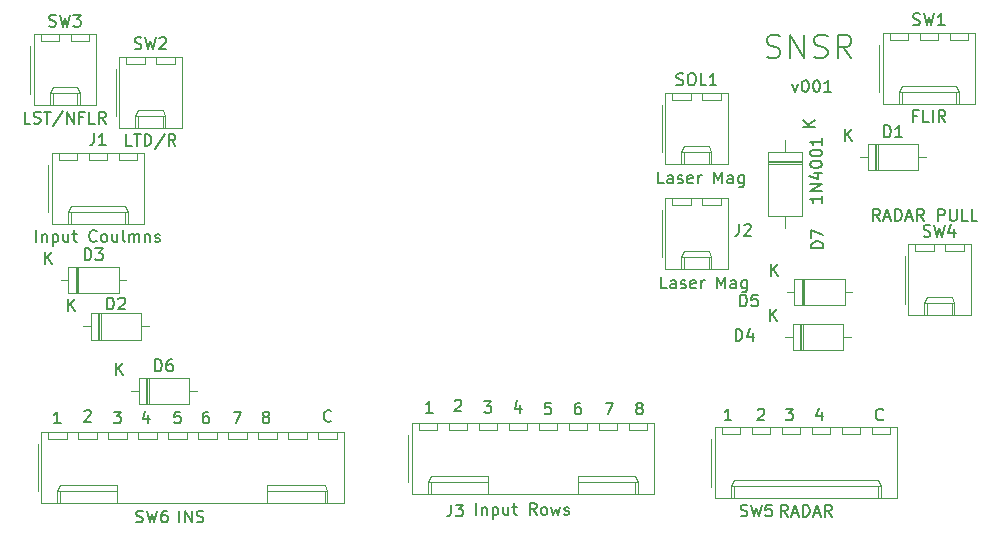
<source format=gbr>
G04 #@! TF.GenerationSoftware,KiCad,Pcbnew,(5.1.5-0-10_14)*
G04 #@! TF.CreationDate,2021-04-18T14:44:46+10:00*
G04 #@! TF.ProjectId,OH - Right Console - 5 - Sensor Panel,4f48202d-2052-4696-9768-7420436f6e73,rev?*
G04 #@! TF.SameCoordinates,Original*
G04 #@! TF.FileFunction,Legend,Top*
G04 #@! TF.FilePolarity,Positive*
%FSLAX46Y46*%
G04 Gerber Fmt 4.6, Leading zero omitted, Abs format (unit mm)*
G04 Created by KiCad (PCBNEW (5.1.5-0-10_14)) date 2021-04-18 14:44:46*
%MOMM*%
%LPD*%
G04 APERTURE LIST*
%ADD10C,0.150000*%
%ADD11C,0.120000*%
G04 APERTURE END LIST*
D10*
X142930523Y-96623142D02*
X142882904Y-96670761D01*
X142740047Y-96718380D01*
X142644809Y-96718380D01*
X142501952Y-96670761D01*
X142406714Y-96575523D01*
X142359095Y-96480285D01*
X142311476Y-96289809D01*
X142311476Y-96146952D01*
X142359095Y-95956476D01*
X142406714Y-95861238D01*
X142501952Y-95766000D01*
X142644809Y-95718380D01*
X142740047Y-95718380D01*
X142882904Y-95766000D01*
X142930523Y-95813619D01*
X137731476Y-96051714D02*
X137731476Y-96718380D01*
X137493380Y-95670761D02*
X137255285Y-96385047D01*
X137874333Y-96385047D01*
X134667666Y-95718380D02*
X135286714Y-95718380D01*
X134953380Y-96099333D01*
X135096238Y-96099333D01*
X135191476Y-96146952D01*
X135239095Y-96194571D01*
X135286714Y-96289809D01*
X135286714Y-96527904D01*
X135239095Y-96623142D01*
X135191476Y-96670761D01*
X135096238Y-96718380D01*
X134810523Y-96718380D01*
X134715285Y-96670761D01*
X134667666Y-96623142D01*
X132302285Y-95813619D02*
X132349904Y-95766000D01*
X132445142Y-95718380D01*
X132683238Y-95718380D01*
X132778476Y-95766000D01*
X132826095Y-95813619D01*
X132873714Y-95908857D01*
X132873714Y-96004095D01*
X132826095Y-96146952D01*
X132254666Y-96718380D01*
X132873714Y-96718380D01*
X130079714Y-96718380D02*
X129508285Y-96718380D01*
X129794000Y-96718380D02*
X129794000Y-95718380D01*
X129698761Y-95861238D01*
X129603523Y-95956476D01*
X129508285Y-96004095D01*
X122205761Y-95638952D02*
X122110523Y-95591333D01*
X122062904Y-95543714D01*
X122015285Y-95448476D01*
X122015285Y-95400857D01*
X122062904Y-95305619D01*
X122110523Y-95258000D01*
X122205761Y-95210380D01*
X122396238Y-95210380D01*
X122491476Y-95258000D01*
X122539095Y-95305619D01*
X122586714Y-95400857D01*
X122586714Y-95448476D01*
X122539095Y-95543714D01*
X122491476Y-95591333D01*
X122396238Y-95638952D01*
X122205761Y-95638952D01*
X122110523Y-95686571D01*
X122062904Y-95734190D01*
X122015285Y-95829428D01*
X122015285Y-96019904D01*
X122062904Y-96115142D01*
X122110523Y-96162761D01*
X122205761Y-96210380D01*
X122396238Y-96210380D01*
X122491476Y-96162761D01*
X122539095Y-96115142D01*
X122586714Y-96019904D01*
X122586714Y-95829428D01*
X122539095Y-95734190D01*
X122491476Y-95686571D01*
X122396238Y-95638952D01*
X119427666Y-95210380D02*
X120094333Y-95210380D01*
X119665761Y-96210380D01*
X117284476Y-95210380D02*
X117094000Y-95210380D01*
X116998761Y-95258000D01*
X116951142Y-95305619D01*
X116855904Y-95448476D01*
X116808285Y-95638952D01*
X116808285Y-96019904D01*
X116855904Y-96115142D01*
X116903523Y-96162761D01*
X116998761Y-96210380D01*
X117189238Y-96210380D01*
X117284476Y-96162761D01*
X117332095Y-96115142D01*
X117379714Y-96019904D01*
X117379714Y-95781809D01*
X117332095Y-95686571D01*
X117284476Y-95638952D01*
X117189238Y-95591333D01*
X116998761Y-95591333D01*
X116903523Y-95638952D01*
X116855904Y-95686571D01*
X116808285Y-95781809D01*
X114792095Y-95210380D02*
X114315904Y-95210380D01*
X114268285Y-95686571D01*
X114315904Y-95638952D01*
X114411142Y-95591333D01*
X114649238Y-95591333D01*
X114744476Y-95638952D01*
X114792095Y-95686571D01*
X114839714Y-95781809D01*
X114839714Y-96019904D01*
X114792095Y-96115142D01*
X114744476Y-96162761D01*
X114649238Y-96210380D01*
X114411142Y-96210380D01*
X114315904Y-96162761D01*
X114268285Y-96115142D01*
X112204476Y-95416714D02*
X112204476Y-96083380D01*
X111966380Y-95035761D02*
X111728285Y-95750047D01*
X112347333Y-95750047D01*
X109140666Y-95083380D02*
X109759714Y-95083380D01*
X109426380Y-95464333D01*
X109569238Y-95464333D01*
X109664476Y-95511952D01*
X109712095Y-95559571D01*
X109759714Y-95654809D01*
X109759714Y-95892904D01*
X109712095Y-95988142D01*
X109664476Y-96035761D01*
X109569238Y-96083380D01*
X109283523Y-96083380D01*
X109188285Y-96035761D01*
X109140666Y-95988142D01*
X106648285Y-95051619D02*
X106695904Y-95004000D01*
X106791142Y-94956380D01*
X107029238Y-94956380D01*
X107124476Y-95004000D01*
X107172095Y-95051619D01*
X107219714Y-95146857D01*
X107219714Y-95242095D01*
X107172095Y-95384952D01*
X106600666Y-95956380D01*
X107219714Y-95956380D01*
X104806714Y-96083380D02*
X104235285Y-96083380D01*
X104521000Y-96083380D02*
X104521000Y-95083380D01*
X104425761Y-95226238D01*
X104330523Y-95321476D01*
X104235285Y-95369095D01*
X96194523Y-96750142D02*
X96146904Y-96797761D01*
X96004047Y-96845380D01*
X95908809Y-96845380D01*
X95765952Y-96797761D01*
X95670714Y-96702523D01*
X95623095Y-96607285D01*
X95575476Y-96416809D01*
X95575476Y-96273952D01*
X95623095Y-96083476D01*
X95670714Y-95988238D01*
X95765952Y-95893000D01*
X95908809Y-95845380D01*
X96004047Y-95845380D01*
X96146904Y-95893000D01*
X96194523Y-95940619D01*
X90582761Y-96400952D02*
X90487523Y-96353333D01*
X90439904Y-96305714D01*
X90392285Y-96210476D01*
X90392285Y-96162857D01*
X90439904Y-96067619D01*
X90487523Y-96020000D01*
X90582761Y-95972380D01*
X90773238Y-95972380D01*
X90868476Y-96020000D01*
X90916095Y-96067619D01*
X90963714Y-96162857D01*
X90963714Y-96210476D01*
X90916095Y-96305714D01*
X90868476Y-96353333D01*
X90773238Y-96400952D01*
X90582761Y-96400952D01*
X90487523Y-96448571D01*
X90439904Y-96496190D01*
X90392285Y-96591428D01*
X90392285Y-96781904D01*
X90439904Y-96877142D01*
X90487523Y-96924761D01*
X90582761Y-96972380D01*
X90773238Y-96972380D01*
X90868476Y-96924761D01*
X90916095Y-96877142D01*
X90963714Y-96781904D01*
X90963714Y-96591428D01*
X90916095Y-96496190D01*
X90868476Y-96448571D01*
X90773238Y-96400952D01*
X87931666Y-95972380D02*
X88598333Y-95972380D01*
X88169761Y-96972380D01*
X85788476Y-95972380D02*
X85598000Y-95972380D01*
X85502761Y-96020000D01*
X85455142Y-96067619D01*
X85359904Y-96210476D01*
X85312285Y-96400952D01*
X85312285Y-96781904D01*
X85359904Y-96877142D01*
X85407523Y-96924761D01*
X85502761Y-96972380D01*
X85693238Y-96972380D01*
X85788476Y-96924761D01*
X85836095Y-96877142D01*
X85883714Y-96781904D01*
X85883714Y-96543809D01*
X85836095Y-96448571D01*
X85788476Y-96400952D01*
X85693238Y-96353333D01*
X85502761Y-96353333D01*
X85407523Y-96400952D01*
X85359904Y-96448571D01*
X85312285Y-96543809D01*
X83423095Y-95972380D02*
X82946904Y-95972380D01*
X82899285Y-96448571D01*
X82946904Y-96400952D01*
X83042142Y-96353333D01*
X83280238Y-96353333D01*
X83375476Y-96400952D01*
X83423095Y-96448571D01*
X83470714Y-96543809D01*
X83470714Y-96781904D01*
X83423095Y-96877142D01*
X83375476Y-96924761D01*
X83280238Y-96972380D01*
X83042142Y-96972380D01*
X82946904Y-96924761D01*
X82899285Y-96877142D01*
X80708476Y-96305714D02*
X80708476Y-96972380D01*
X80470380Y-95924761D02*
X80232285Y-96639047D01*
X80851333Y-96639047D01*
X77771666Y-95972380D02*
X78390714Y-95972380D01*
X78057380Y-96353333D01*
X78200238Y-96353333D01*
X78295476Y-96400952D01*
X78343095Y-96448571D01*
X78390714Y-96543809D01*
X78390714Y-96781904D01*
X78343095Y-96877142D01*
X78295476Y-96924761D01*
X78200238Y-96972380D01*
X77914523Y-96972380D01*
X77819285Y-96924761D01*
X77771666Y-96877142D01*
X75279285Y-95940619D02*
X75326904Y-95893000D01*
X75422142Y-95845380D01*
X75660238Y-95845380D01*
X75755476Y-95893000D01*
X75803095Y-95940619D01*
X75850714Y-96035857D01*
X75850714Y-96131095D01*
X75803095Y-96273952D01*
X75231666Y-96845380D01*
X75850714Y-96845380D01*
X73310714Y-96972380D02*
X72739285Y-96972380D01*
X73025000Y-96972380D02*
X73025000Y-95972380D01*
X72929761Y-96115238D01*
X72834523Y-96210476D01*
X72739285Y-96258095D01*
X135239333Y-68238714D02*
X135477428Y-68905380D01*
X135715523Y-68238714D01*
X136286952Y-67905380D02*
X136382190Y-67905380D01*
X136477428Y-67953000D01*
X136525047Y-68000619D01*
X136572666Y-68095857D01*
X136620285Y-68286333D01*
X136620285Y-68524428D01*
X136572666Y-68714904D01*
X136525047Y-68810142D01*
X136477428Y-68857761D01*
X136382190Y-68905380D01*
X136286952Y-68905380D01*
X136191714Y-68857761D01*
X136144095Y-68810142D01*
X136096476Y-68714904D01*
X136048857Y-68524428D01*
X136048857Y-68286333D01*
X136096476Y-68095857D01*
X136144095Y-68000619D01*
X136191714Y-67953000D01*
X136286952Y-67905380D01*
X137239333Y-67905380D02*
X137334571Y-67905380D01*
X137429809Y-67953000D01*
X137477428Y-68000619D01*
X137525047Y-68095857D01*
X137572666Y-68286333D01*
X137572666Y-68524428D01*
X137525047Y-68714904D01*
X137477428Y-68810142D01*
X137429809Y-68857761D01*
X137334571Y-68905380D01*
X137239333Y-68905380D01*
X137144095Y-68857761D01*
X137096476Y-68810142D01*
X137048857Y-68714904D01*
X137001238Y-68524428D01*
X137001238Y-68286333D01*
X137048857Y-68095857D01*
X137096476Y-68000619D01*
X137144095Y-67953000D01*
X137239333Y-67905380D01*
X138525047Y-68905380D02*
X137953619Y-68905380D01*
X138239333Y-68905380D02*
X138239333Y-67905380D01*
X138144095Y-68048238D01*
X138048857Y-68143476D01*
X137953619Y-68191095D01*
X133080571Y-65960523D02*
X133366285Y-66055761D01*
X133842476Y-66055761D01*
X134032952Y-65960523D01*
X134128190Y-65865285D01*
X134223428Y-65674809D01*
X134223428Y-65484333D01*
X134128190Y-65293857D01*
X134032952Y-65198619D01*
X133842476Y-65103380D01*
X133461523Y-65008142D01*
X133271047Y-64912904D01*
X133175809Y-64817666D01*
X133080571Y-64627190D01*
X133080571Y-64436714D01*
X133175809Y-64246238D01*
X133271047Y-64151000D01*
X133461523Y-64055761D01*
X133937714Y-64055761D01*
X134223428Y-64151000D01*
X135080571Y-66055761D02*
X135080571Y-64055761D01*
X136223428Y-66055761D01*
X136223428Y-64055761D01*
X137080571Y-65960523D02*
X137366285Y-66055761D01*
X137842476Y-66055761D01*
X138032952Y-65960523D01*
X138128190Y-65865285D01*
X138223428Y-65674809D01*
X138223428Y-65484333D01*
X138128190Y-65293857D01*
X138032952Y-65198619D01*
X137842476Y-65103380D01*
X137461523Y-65008142D01*
X137271047Y-64912904D01*
X137175809Y-64817666D01*
X137080571Y-64627190D01*
X137080571Y-64436714D01*
X137175809Y-64246238D01*
X137271047Y-64151000D01*
X137461523Y-64055761D01*
X137937714Y-64055761D01*
X138223428Y-64151000D01*
X140223428Y-66055761D02*
X139556761Y-65103380D01*
X139080571Y-66055761D02*
X139080571Y-64055761D01*
X139842476Y-64055761D01*
X140032952Y-64151000D01*
X140128190Y-64246238D01*
X140223428Y-64436714D01*
X140223428Y-64722428D01*
X140128190Y-64912904D01*
X140032952Y-65008142D01*
X139842476Y-65103380D01*
X139080571Y-65103380D01*
D11*
X129197000Y-69579000D02*
X129197000Y-68979000D01*
X127597000Y-69579000D02*
X129197000Y-69579000D01*
X127597000Y-68979000D02*
X127597000Y-69579000D01*
X126657000Y-69579000D02*
X126657000Y-68979000D01*
X125057000Y-69579000D02*
X126657000Y-69579000D01*
X125057000Y-68979000D02*
X125057000Y-69579000D01*
X128147000Y-74999000D02*
X128147000Y-73999000D01*
X126107000Y-74999000D02*
X126107000Y-73999000D01*
X128147000Y-73469000D02*
X128397000Y-73999000D01*
X126107000Y-73469000D02*
X128147000Y-73469000D01*
X125857000Y-73999000D02*
X126107000Y-73469000D01*
X128397000Y-73999000D02*
X128397000Y-74999000D01*
X125857000Y-73999000D02*
X128397000Y-73999000D01*
X125857000Y-74999000D02*
X125857000Y-73999000D01*
X124187000Y-70009000D02*
X124187000Y-74009000D01*
X129777000Y-68979000D02*
X124477000Y-68979000D01*
X129777000Y-74999000D02*
X129777000Y-68979000D01*
X124477000Y-74999000D02*
X129777000Y-74999000D01*
X124477000Y-68979000D02*
X124477000Y-74999000D01*
X129197000Y-78469000D02*
X129197000Y-77869000D01*
X127597000Y-78469000D02*
X129197000Y-78469000D01*
X127597000Y-77869000D02*
X127597000Y-78469000D01*
X126657000Y-78469000D02*
X126657000Y-77869000D01*
X125057000Y-78469000D02*
X126657000Y-78469000D01*
X125057000Y-77869000D02*
X125057000Y-78469000D01*
X128147000Y-83889000D02*
X128147000Y-82889000D01*
X126107000Y-83889000D02*
X126107000Y-82889000D01*
X128147000Y-82359000D02*
X128397000Y-82889000D01*
X126107000Y-82359000D02*
X128147000Y-82359000D01*
X125857000Y-82889000D02*
X126107000Y-82359000D01*
X128397000Y-82889000D02*
X128397000Y-83889000D01*
X125857000Y-82889000D02*
X128397000Y-82889000D01*
X125857000Y-83889000D02*
X125857000Y-82889000D01*
X124187000Y-78899000D02*
X124187000Y-82899000D01*
X129777000Y-77869000D02*
X124477000Y-77869000D01*
X129777000Y-83889000D02*
X129777000Y-77869000D01*
X124477000Y-83889000D02*
X129777000Y-83889000D01*
X124477000Y-77869000D02*
X124477000Y-83889000D01*
X136090000Y-74768000D02*
X133150000Y-74768000D01*
X136090000Y-75008000D02*
X133150000Y-75008000D01*
X136090000Y-74888000D02*
X133150000Y-74888000D01*
X134620000Y-80448000D02*
X134620000Y-79428000D01*
X134620000Y-72968000D02*
X134620000Y-73988000D01*
X136090000Y-79428000D02*
X136090000Y-73988000D01*
X133150000Y-79428000D02*
X136090000Y-79428000D01*
X133150000Y-73988000D02*
X133150000Y-79428000D01*
X136090000Y-73988000D02*
X133150000Y-73988000D01*
X143548000Y-97900000D02*
X143548000Y-97300000D01*
X141948000Y-97900000D02*
X143548000Y-97900000D01*
X141948000Y-97300000D02*
X141948000Y-97900000D01*
X141008000Y-97900000D02*
X141008000Y-97300000D01*
X139408000Y-97900000D02*
X141008000Y-97900000D01*
X139408000Y-97300000D02*
X139408000Y-97900000D01*
X138468000Y-97900000D02*
X138468000Y-97300000D01*
X136868000Y-97900000D02*
X138468000Y-97900000D01*
X136868000Y-97300000D02*
X136868000Y-97900000D01*
X135928000Y-97900000D02*
X135928000Y-97300000D01*
X134328000Y-97900000D02*
X135928000Y-97900000D01*
X134328000Y-97300000D02*
X134328000Y-97900000D01*
X133388000Y-97900000D02*
X133388000Y-97300000D01*
X131788000Y-97900000D02*
X133388000Y-97900000D01*
X131788000Y-97300000D02*
X131788000Y-97900000D01*
X130848000Y-97900000D02*
X130848000Y-97300000D01*
X129248000Y-97900000D02*
X130848000Y-97900000D01*
X129248000Y-97300000D02*
X129248000Y-97900000D01*
X142498000Y-103320000D02*
X142498000Y-102320000D01*
X130298000Y-103320000D02*
X130298000Y-102320000D01*
X142498000Y-101790000D02*
X142748000Y-102320000D01*
X130298000Y-101790000D02*
X142498000Y-101790000D01*
X130048000Y-102320000D02*
X130298000Y-101790000D01*
X142748000Y-102320000D02*
X142748000Y-103320000D01*
X130048000Y-102320000D02*
X142748000Y-102320000D01*
X130048000Y-103320000D02*
X130048000Y-102320000D01*
X128378000Y-98330000D02*
X128378000Y-102330000D01*
X144128000Y-97300000D02*
X128668000Y-97300000D01*
X144128000Y-103320000D02*
X144128000Y-97300000D01*
X128668000Y-103320000D02*
X144128000Y-103320000D01*
X128668000Y-97300000D02*
X128668000Y-103320000D01*
X96685000Y-98281000D02*
X96685000Y-97681000D01*
X95085000Y-98281000D02*
X96685000Y-98281000D01*
X95085000Y-97681000D02*
X95085000Y-98281000D01*
X94145000Y-98281000D02*
X94145000Y-97681000D01*
X92545000Y-98281000D02*
X94145000Y-98281000D01*
X92545000Y-97681000D02*
X92545000Y-98281000D01*
X91605000Y-98281000D02*
X91605000Y-97681000D01*
X90005000Y-98281000D02*
X91605000Y-98281000D01*
X90005000Y-97681000D02*
X90005000Y-98281000D01*
X89065000Y-98281000D02*
X89065000Y-97681000D01*
X87465000Y-98281000D02*
X89065000Y-98281000D01*
X87465000Y-97681000D02*
X87465000Y-98281000D01*
X86525000Y-98281000D02*
X86525000Y-97681000D01*
X84925000Y-98281000D02*
X86525000Y-98281000D01*
X84925000Y-97681000D02*
X84925000Y-98281000D01*
X83985000Y-98281000D02*
X83985000Y-97681000D01*
X82385000Y-98281000D02*
X83985000Y-98281000D01*
X82385000Y-97681000D02*
X82385000Y-98281000D01*
X81445000Y-98281000D02*
X81445000Y-97681000D01*
X79845000Y-98281000D02*
X81445000Y-98281000D01*
X79845000Y-97681000D02*
X79845000Y-98281000D01*
X78905000Y-98281000D02*
X78905000Y-97681000D01*
X77305000Y-98281000D02*
X78905000Y-98281000D01*
X77305000Y-97681000D02*
X77305000Y-98281000D01*
X76365000Y-98281000D02*
X76365000Y-97681000D01*
X74765000Y-98281000D02*
X76365000Y-98281000D01*
X74765000Y-97681000D02*
X74765000Y-98281000D01*
X73825000Y-98281000D02*
X73825000Y-97681000D01*
X72225000Y-98281000D02*
X73825000Y-98281000D01*
X72225000Y-97681000D02*
X72225000Y-98281000D01*
X95635000Y-103701000D02*
X95635000Y-102701000D01*
X90805000Y-102171000D02*
X90805000Y-102701000D01*
X95635000Y-102171000D02*
X90805000Y-102171000D01*
X95885000Y-102701000D02*
X95635000Y-102171000D01*
X90805000Y-102701000D02*
X90805000Y-103701000D01*
X95885000Y-102701000D02*
X90805000Y-102701000D01*
X95885000Y-103701000D02*
X95885000Y-102701000D01*
X73275000Y-103701000D02*
X73275000Y-102701000D01*
X78105000Y-102171000D02*
X78105000Y-102701000D01*
X73275000Y-102171000D02*
X78105000Y-102171000D01*
X73025000Y-102701000D02*
X73275000Y-102171000D01*
X78105000Y-102701000D02*
X78105000Y-103701000D01*
X73025000Y-102701000D02*
X78105000Y-102701000D01*
X73025000Y-103701000D02*
X73025000Y-102701000D01*
X71355000Y-98711000D02*
X71355000Y-102711000D01*
X97265000Y-97681000D02*
X71645000Y-97681000D01*
X97265000Y-103701000D02*
X97265000Y-97681000D01*
X71645000Y-103701000D02*
X97265000Y-103701000D01*
X71645000Y-97681000D02*
X71645000Y-103701000D01*
X149771000Y-82406000D02*
X149771000Y-81806000D01*
X148171000Y-82406000D02*
X149771000Y-82406000D01*
X148171000Y-81806000D02*
X148171000Y-82406000D01*
X147231000Y-82406000D02*
X147231000Y-81806000D01*
X145631000Y-82406000D02*
X147231000Y-82406000D01*
X145631000Y-81806000D02*
X145631000Y-82406000D01*
X148721000Y-87826000D02*
X148721000Y-86826000D01*
X146681000Y-87826000D02*
X146681000Y-86826000D01*
X148721000Y-86296000D02*
X148971000Y-86826000D01*
X146681000Y-86296000D02*
X148721000Y-86296000D01*
X146431000Y-86826000D02*
X146681000Y-86296000D01*
X148971000Y-86826000D02*
X148971000Y-87826000D01*
X146431000Y-86826000D02*
X148971000Y-86826000D01*
X146431000Y-87826000D02*
X146431000Y-86826000D01*
X144761000Y-82836000D02*
X144761000Y-86836000D01*
X150351000Y-81806000D02*
X145051000Y-81806000D01*
X150351000Y-87826000D02*
X150351000Y-81806000D01*
X145051000Y-87826000D02*
X150351000Y-87826000D01*
X145051000Y-81806000D02*
X145051000Y-87826000D01*
X82969000Y-66531000D02*
X82969000Y-65931000D01*
X81369000Y-66531000D02*
X82969000Y-66531000D01*
X81369000Y-65931000D02*
X81369000Y-66531000D01*
X80429000Y-66531000D02*
X80429000Y-65931000D01*
X78829000Y-66531000D02*
X80429000Y-66531000D01*
X78829000Y-65931000D02*
X78829000Y-66531000D01*
X81919000Y-71951000D02*
X81919000Y-70951000D01*
X79879000Y-71951000D02*
X79879000Y-70951000D01*
X81919000Y-70421000D02*
X82169000Y-70951000D01*
X79879000Y-70421000D02*
X81919000Y-70421000D01*
X79629000Y-70951000D02*
X79879000Y-70421000D01*
X82169000Y-70951000D02*
X82169000Y-71951000D01*
X79629000Y-70951000D02*
X82169000Y-70951000D01*
X79629000Y-71951000D02*
X79629000Y-70951000D01*
X77959000Y-66961000D02*
X77959000Y-70961000D01*
X83549000Y-65931000D02*
X78249000Y-65931000D01*
X83549000Y-71951000D02*
X83549000Y-65931000D01*
X78249000Y-71951000D02*
X83549000Y-71951000D01*
X78249000Y-65931000D02*
X78249000Y-71951000D01*
X75730000Y-64626000D02*
X75730000Y-64026000D01*
X74130000Y-64626000D02*
X75730000Y-64626000D01*
X74130000Y-64026000D02*
X74130000Y-64626000D01*
X73190000Y-64626000D02*
X73190000Y-64026000D01*
X71590000Y-64626000D02*
X73190000Y-64626000D01*
X71590000Y-64026000D02*
X71590000Y-64626000D01*
X74680000Y-70046000D02*
X74680000Y-69046000D01*
X72640000Y-70046000D02*
X72640000Y-69046000D01*
X74680000Y-68516000D02*
X74930000Y-69046000D01*
X72640000Y-68516000D02*
X74680000Y-68516000D01*
X72390000Y-69046000D02*
X72640000Y-68516000D01*
X74930000Y-69046000D02*
X74930000Y-70046000D01*
X72390000Y-69046000D02*
X74930000Y-69046000D01*
X72390000Y-70046000D02*
X72390000Y-69046000D01*
X70720000Y-65056000D02*
X70720000Y-69056000D01*
X76310000Y-64026000D02*
X71010000Y-64026000D01*
X76310000Y-70046000D02*
X76310000Y-64026000D01*
X71010000Y-70046000D02*
X76310000Y-70046000D01*
X71010000Y-64026000D02*
X71010000Y-70046000D01*
X150152000Y-64499000D02*
X150152000Y-63899000D01*
X148552000Y-64499000D02*
X150152000Y-64499000D01*
X148552000Y-63899000D02*
X148552000Y-64499000D01*
X147612000Y-64499000D02*
X147612000Y-63899000D01*
X146012000Y-64499000D02*
X147612000Y-64499000D01*
X146012000Y-63899000D02*
X146012000Y-64499000D01*
X145072000Y-64499000D02*
X145072000Y-63899000D01*
X143472000Y-64499000D02*
X145072000Y-64499000D01*
X143472000Y-63899000D02*
X143472000Y-64499000D01*
X149102000Y-69919000D02*
X149102000Y-68919000D01*
X144522000Y-69919000D02*
X144522000Y-68919000D01*
X149102000Y-68389000D02*
X149352000Y-68919000D01*
X144522000Y-68389000D02*
X149102000Y-68389000D01*
X144272000Y-68919000D02*
X144522000Y-68389000D01*
X149352000Y-68919000D02*
X149352000Y-69919000D01*
X144272000Y-68919000D02*
X149352000Y-68919000D01*
X144272000Y-69919000D02*
X144272000Y-68919000D01*
X142602000Y-64929000D02*
X142602000Y-68929000D01*
X150732000Y-63899000D02*
X142892000Y-63899000D01*
X150732000Y-69919000D02*
X150732000Y-63899000D01*
X142892000Y-69919000D02*
X150732000Y-69919000D01*
X142892000Y-63899000D02*
X142892000Y-69919000D01*
X122974000Y-97519000D02*
X122974000Y-96919000D01*
X121374000Y-97519000D02*
X122974000Y-97519000D01*
X121374000Y-96919000D02*
X121374000Y-97519000D01*
X120434000Y-97519000D02*
X120434000Y-96919000D01*
X118834000Y-97519000D02*
X120434000Y-97519000D01*
X118834000Y-96919000D02*
X118834000Y-97519000D01*
X117894000Y-97519000D02*
X117894000Y-96919000D01*
X116294000Y-97519000D02*
X117894000Y-97519000D01*
X116294000Y-96919000D02*
X116294000Y-97519000D01*
X115354000Y-97519000D02*
X115354000Y-96919000D01*
X113754000Y-97519000D02*
X115354000Y-97519000D01*
X113754000Y-96919000D02*
X113754000Y-97519000D01*
X112814000Y-97519000D02*
X112814000Y-96919000D01*
X111214000Y-97519000D02*
X112814000Y-97519000D01*
X111214000Y-96919000D02*
X111214000Y-97519000D01*
X110274000Y-97519000D02*
X110274000Y-96919000D01*
X108674000Y-97519000D02*
X110274000Y-97519000D01*
X108674000Y-96919000D02*
X108674000Y-97519000D01*
X107734000Y-97519000D02*
X107734000Y-96919000D01*
X106134000Y-97519000D02*
X107734000Y-97519000D01*
X106134000Y-96919000D02*
X106134000Y-97519000D01*
X105194000Y-97519000D02*
X105194000Y-96919000D01*
X103594000Y-97519000D02*
X105194000Y-97519000D01*
X103594000Y-96919000D02*
X103594000Y-97519000D01*
X121924000Y-102939000D02*
X121924000Y-101939000D01*
X117094000Y-101409000D02*
X117094000Y-101939000D01*
X121924000Y-101409000D02*
X117094000Y-101409000D01*
X122174000Y-101939000D02*
X121924000Y-101409000D01*
X117094000Y-101939000D02*
X117094000Y-102939000D01*
X122174000Y-101939000D02*
X117094000Y-101939000D01*
X122174000Y-102939000D02*
X122174000Y-101939000D01*
X104644000Y-102939000D02*
X104644000Y-101939000D01*
X109474000Y-101409000D02*
X109474000Y-101939000D01*
X104644000Y-101409000D02*
X109474000Y-101409000D01*
X104394000Y-101939000D02*
X104644000Y-101409000D01*
X109474000Y-101939000D02*
X109474000Y-102939000D01*
X104394000Y-101939000D02*
X109474000Y-101939000D01*
X104394000Y-102939000D02*
X104394000Y-101939000D01*
X102724000Y-97949000D02*
X102724000Y-101949000D01*
X123554000Y-96919000D02*
X103014000Y-96919000D01*
X123554000Y-102939000D02*
X123554000Y-96919000D01*
X103014000Y-102939000D02*
X123554000Y-102939000D01*
X103014000Y-96919000D02*
X103014000Y-102939000D01*
X79794000Y-74659000D02*
X79794000Y-74059000D01*
X78194000Y-74659000D02*
X79794000Y-74659000D01*
X78194000Y-74059000D02*
X78194000Y-74659000D01*
X77254000Y-74659000D02*
X77254000Y-74059000D01*
X75654000Y-74659000D02*
X77254000Y-74659000D01*
X75654000Y-74059000D02*
X75654000Y-74659000D01*
X74714000Y-74659000D02*
X74714000Y-74059000D01*
X73114000Y-74659000D02*
X74714000Y-74659000D01*
X73114000Y-74059000D02*
X73114000Y-74659000D01*
X78744000Y-80079000D02*
X78744000Y-79079000D01*
X74164000Y-80079000D02*
X74164000Y-79079000D01*
X78744000Y-78549000D02*
X78994000Y-79079000D01*
X74164000Y-78549000D02*
X78744000Y-78549000D01*
X73914000Y-79079000D02*
X74164000Y-78549000D01*
X78994000Y-79079000D02*
X78994000Y-80079000D01*
X73914000Y-79079000D02*
X78994000Y-79079000D01*
X73914000Y-80079000D02*
X73914000Y-79079000D01*
X72244000Y-75089000D02*
X72244000Y-79089000D01*
X80374000Y-74059000D02*
X72534000Y-74059000D01*
X80374000Y-80079000D02*
X80374000Y-74059000D01*
X72534000Y-80079000D02*
X80374000Y-80079000D01*
X72534000Y-74059000D02*
X72534000Y-80079000D01*
X80522000Y-93114000D02*
X80522000Y-95354000D01*
X80762000Y-93114000D02*
X80762000Y-95354000D01*
X80642000Y-93114000D02*
X80642000Y-95354000D01*
X84812000Y-94234000D02*
X84162000Y-94234000D01*
X79272000Y-94234000D02*
X79922000Y-94234000D01*
X84162000Y-93114000D02*
X79922000Y-93114000D01*
X84162000Y-95354000D02*
X84162000Y-93114000D01*
X79922000Y-95354000D02*
X84162000Y-95354000D01*
X79922000Y-93114000D02*
X79922000Y-95354000D01*
X136021000Y-84732000D02*
X136021000Y-86972000D01*
X136261000Y-84732000D02*
X136261000Y-86972000D01*
X136141000Y-84732000D02*
X136141000Y-86972000D01*
X140311000Y-85852000D02*
X139661000Y-85852000D01*
X134771000Y-85852000D02*
X135421000Y-85852000D01*
X139661000Y-84732000D02*
X135421000Y-84732000D01*
X139661000Y-86972000D02*
X139661000Y-84732000D01*
X135421000Y-86972000D02*
X139661000Y-86972000D01*
X135421000Y-84732000D02*
X135421000Y-86972000D01*
X135894000Y-88542000D02*
X135894000Y-90782000D01*
X136134000Y-88542000D02*
X136134000Y-90782000D01*
X136014000Y-88542000D02*
X136014000Y-90782000D01*
X140184000Y-89662000D02*
X139534000Y-89662000D01*
X134644000Y-89662000D02*
X135294000Y-89662000D01*
X139534000Y-88542000D02*
X135294000Y-88542000D01*
X139534000Y-90782000D02*
X139534000Y-88542000D01*
X135294000Y-90782000D02*
X139534000Y-90782000D01*
X135294000Y-88542000D02*
X135294000Y-90782000D01*
X76458000Y-87653000D02*
X76458000Y-89893000D01*
X76698000Y-87653000D02*
X76698000Y-89893000D01*
X76578000Y-87653000D02*
X76578000Y-89893000D01*
X80748000Y-88773000D02*
X80098000Y-88773000D01*
X75208000Y-88773000D02*
X75858000Y-88773000D01*
X80098000Y-87653000D02*
X75858000Y-87653000D01*
X80098000Y-89893000D02*
X80098000Y-87653000D01*
X75858000Y-89893000D02*
X80098000Y-89893000D01*
X75858000Y-87653000D02*
X75858000Y-89893000D01*
X74553000Y-83716000D02*
X74553000Y-85956000D01*
X74793000Y-83716000D02*
X74793000Y-85956000D01*
X74673000Y-83716000D02*
X74673000Y-85956000D01*
X78843000Y-84836000D02*
X78193000Y-84836000D01*
X73303000Y-84836000D02*
X73953000Y-84836000D01*
X78193000Y-83716000D02*
X73953000Y-83716000D01*
X78193000Y-85956000D02*
X78193000Y-83716000D01*
X73953000Y-85956000D02*
X78193000Y-85956000D01*
X73953000Y-83716000D02*
X73953000Y-85956000D01*
X142244000Y-73302000D02*
X142244000Y-75542000D01*
X142484000Y-73302000D02*
X142484000Y-75542000D01*
X142364000Y-73302000D02*
X142364000Y-75542000D01*
X146534000Y-74422000D02*
X145884000Y-74422000D01*
X140994000Y-74422000D02*
X141644000Y-74422000D01*
X145884000Y-73302000D02*
X141644000Y-73302000D01*
X145884000Y-75542000D02*
X145884000Y-73302000D01*
X141644000Y-75542000D02*
X145884000Y-75542000D01*
X141644000Y-73302000D02*
X141644000Y-75542000D01*
D10*
X125436523Y-68293761D02*
X125579380Y-68341380D01*
X125817476Y-68341380D01*
X125912714Y-68293761D01*
X125960333Y-68246142D01*
X126007952Y-68150904D01*
X126007952Y-68055666D01*
X125960333Y-67960428D01*
X125912714Y-67912809D01*
X125817476Y-67865190D01*
X125627000Y-67817571D01*
X125531761Y-67769952D01*
X125484142Y-67722333D01*
X125436523Y-67627095D01*
X125436523Y-67531857D01*
X125484142Y-67436619D01*
X125531761Y-67389000D01*
X125627000Y-67341380D01*
X125865095Y-67341380D01*
X126007952Y-67389000D01*
X126627000Y-67341380D02*
X126817476Y-67341380D01*
X126912714Y-67389000D01*
X127007952Y-67484238D01*
X127055571Y-67674714D01*
X127055571Y-68008047D01*
X127007952Y-68198523D01*
X126912714Y-68293761D01*
X126817476Y-68341380D01*
X126627000Y-68341380D01*
X126531761Y-68293761D01*
X126436523Y-68198523D01*
X126388904Y-68008047D01*
X126388904Y-67674714D01*
X126436523Y-67484238D01*
X126531761Y-67389000D01*
X126627000Y-67341380D01*
X127960333Y-68341380D02*
X127484142Y-68341380D01*
X127484142Y-67341380D01*
X128817476Y-68341380D02*
X128246047Y-68341380D01*
X128531761Y-68341380D02*
X128531761Y-67341380D01*
X128436523Y-67484238D01*
X128341285Y-67579476D01*
X128246047Y-67627095D01*
X124365142Y-76652380D02*
X123888952Y-76652380D01*
X123888952Y-75652380D01*
X125127047Y-76652380D02*
X125127047Y-76128571D01*
X125079428Y-76033333D01*
X124984190Y-75985714D01*
X124793714Y-75985714D01*
X124698476Y-76033333D01*
X125127047Y-76604761D02*
X125031809Y-76652380D01*
X124793714Y-76652380D01*
X124698476Y-76604761D01*
X124650857Y-76509523D01*
X124650857Y-76414285D01*
X124698476Y-76319047D01*
X124793714Y-76271428D01*
X125031809Y-76271428D01*
X125127047Y-76223809D01*
X125555619Y-76604761D02*
X125650857Y-76652380D01*
X125841333Y-76652380D01*
X125936571Y-76604761D01*
X125984190Y-76509523D01*
X125984190Y-76461904D01*
X125936571Y-76366666D01*
X125841333Y-76319047D01*
X125698476Y-76319047D01*
X125603238Y-76271428D01*
X125555619Y-76176190D01*
X125555619Y-76128571D01*
X125603238Y-76033333D01*
X125698476Y-75985714D01*
X125841333Y-75985714D01*
X125936571Y-76033333D01*
X126793714Y-76604761D02*
X126698476Y-76652380D01*
X126508000Y-76652380D01*
X126412761Y-76604761D01*
X126365142Y-76509523D01*
X126365142Y-76128571D01*
X126412761Y-76033333D01*
X126508000Y-75985714D01*
X126698476Y-75985714D01*
X126793714Y-76033333D01*
X126841333Y-76128571D01*
X126841333Y-76223809D01*
X126365142Y-76319047D01*
X127269904Y-76652380D02*
X127269904Y-75985714D01*
X127269904Y-76176190D02*
X127317523Y-76080952D01*
X127365142Y-76033333D01*
X127460380Y-75985714D01*
X127555619Y-75985714D01*
X128650857Y-76652380D02*
X128650857Y-75652380D01*
X128984190Y-76366666D01*
X129317523Y-75652380D01*
X129317523Y-76652380D01*
X130222285Y-76652380D02*
X130222285Y-76128571D01*
X130174666Y-76033333D01*
X130079428Y-75985714D01*
X129888952Y-75985714D01*
X129793714Y-76033333D01*
X130222285Y-76604761D02*
X130127047Y-76652380D01*
X129888952Y-76652380D01*
X129793714Y-76604761D01*
X129746095Y-76509523D01*
X129746095Y-76414285D01*
X129793714Y-76319047D01*
X129888952Y-76271428D01*
X130127047Y-76271428D01*
X130222285Y-76223809D01*
X131127047Y-75985714D02*
X131127047Y-76795238D01*
X131079428Y-76890476D01*
X131031809Y-76938095D01*
X130936571Y-76985714D01*
X130793714Y-76985714D01*
X130698476Y-76938095D01*
X131127047Y-76604761D02*
X131031809Y-76652380D01*
X130841333Y-76652380D01*
X130746095Y-76604761D01*
X130698476Y-76557142D01*
X130650857Y-76461904D01*
X130650857Y-76176190D01*
X130698476Y-76080952D01*
X130746095Y-76033333D01*
X130841333Y-75985714D01*
X131031809Y-75985714D01*
X131127047Y-76033333D01*
X130730666Y-80097380D02*
X130730666Y-80811666D01*
X130683047Y-80954523D01*
X130587809Y-81049761D01*
X130444952Y-81097380D01*
X130349714Y-81097380D01*
X131159238Y-80192619D02*
X131206857Y-80145000D01*
X131302095Y-80097380D01*
X131540190Y-80097380D01*
X131635428Y-80145000D01*
X131683047Y-80192619D01*
X131730666Y-80287857D01*
X131730666Y-80383095D01*
X131683047Y-80525952D01*
X131111619Y-81097380D01*
X131730666Y-81097380D01*
X124619142Y-85542380D02*
X124142952Y-85542380D01*
X124142952Y-84542380D01*
X125381047Y-85542380D02*
X125381047Y-85018571D01*
X125333428Y-84923333D01*
X125238190Y-84875714D01*
X125047714Y-84875714D01*
X124952476Y-84923333D01*
X125381047Y-85494761D02*
X125285809Y-85542380D01*
X125047714Y-85542380D01*
X124952476Y-85494761D01*
X124904857Y-85399523D01*
X124904857Y-85304285D01*
X124952476Y-85209047D01*
X125047714Y-85161428D01*
X125285809Y-85161428D01*
X125381047Y-85113809D01*
X125809619Y-85494761D02*
X125904857Y-85542380D01*
X126095333Y-85542380D01*
X126190571Y-85494761D01*
X126238190Y-85399523D01*
X126238190Y-85351904D01*
X126190571Y-85256666D01*
X126095333Y-85209047D01*
X125952476Y-85209047D01*
X125857238Y-85161428D01*
X125809619Y-85066190D01*
X125809619Y-85018571D01*
X125857238Y-84923333D01*
X125952476Y-84875714D01*
X126095333Y-84875714D01*
X126190571Y-84923333D01*
X127047714Y-85494761D02*
X126952476Y-85542380D01*
X126762000Y-85542380D01*
X126666761Y-85494761D01*
X126619142Y-85399523D01*
X126619142Y-85018571D01*
X126666761Y-84923333D01*
X126762000Y-84875714D01*
X126952476Y-84875714D01*
X127047714Y-84923333D01*
X127095333Y-85018571D01*
X127095333Y-85113809D01*
X126619142Y-85209047D01*
X127523904Y-85542380D02*
X127523904Y-84875714D01*
X127523904Y-85066190D02*
X127571523Y-84970952D01*
X127619142Y-84923333D01*
X127714380Y-84875714D01*
X127809619Y-84875714D01*
X128904857Y-85542380D02*
X128904857Y-84542380D01*
X129238190Y-85256666D01*
X129571523Y-84542380D01*
X129571523Y-85542380D01*
X130476285Y-85542380D02*
X130476285Y-85018571D01*
X130428666Y-84923333D01*
X130333428Y-84875714D01*
X130142952Y-84875714D01*
X130047714Y-84923333D01*
X130476285Y-85494761D02*
X130381047Y-85542380D01*
X130142952Y-85542380D01*
X130047714Y-85494761D01*
X130000095Y-85399523D01*
X130000095Y-85304285D01*
X130047714Y-85209047D01*
X130142952Y-85161428D01*
X130381047Y-85161428D01*
X130476285Y-85113809D01*
X131381047Y-84875714D02*
X131381047Y-85685238D01*
X131333428Y-85780476D01*
X131285809Y-85828095D01*
X131190571Y-85875714D01*
X131047714Y-85875714D01*
X130952476Y-85828095D01*
X131381047Y-85494761D02*
X131285809Y-85542380D01*
X131095333Y-85542380D01*
X131000095Y-85494761D01*
X130952476Y-85447142D01*
X130904857Y-85351904D01*
X130904857Y-85066190D01*
X130952476Y-84970952D01*
X131000095Y-84923333D01*
X131095333Y-84875714D01*
X131285809Y-84875714D01*
X131381047Y-84923333D01*
X137866380Y-82145095D02*
X136866380Y-82145095D01*
X136866380Y-81907000D01*
X136914000Y-81764142D01*
X137009238Y-81668904D01*
X137104476Y-81621285D01*
X137294952Y-81573666D01*
X137437809Y-81573666D01*
X137628285Y-81621285D01*
X137723523Y-81668904D01*
X137818761Y-81764142D01*
X137866380Y-81907000D01*
X137866380Y-82145095D01*
X136866380Y-81240333D02*
X136866380Y-80573666D01*
X137866380Y-81002238D01*
X137739380Y-77707857D02*
X137739380Y-78279285D01*
X137739380Y-77993571D02*
X136739380Y-77993571D01*
X136882238Y-78088809D01*
X136977476Y-78184047D01*
X137025095Y-78279285D01*
X137739380Y-77279285D02*
X136739380Y-77279285D01*
X137739380Y-76707857D01*
X136739380Y-76707857D01*
X137072714Y-75803095D02*
X137739380Y-75803095D01*
X136691761Y-76041190D02*
X137406047Y-76279285D01*
X137406047Y-75660238D01*
X136739380Y-75088809D02*
X136739380Y-74993571D01*
X136787000Y-74898333D01*
X136834619Y-74850714D01*
X136929857Y-74803095D01*
X137120333Y-74755476D01*
X137358428Y-74755476D01*
X137548904Y-74803095D01*
X137644142Y-74850714D01*
X137691761Y-74898333D01*
X137739380Y-74993571D01*
X137739380Y-75088809D01*
X137691761Y-75184047D01*
X137644142Y-75231666D01*
X137548904Y-75279285D01*
X137358428Y-75326904D01*
X137120333Y-75326904D01*
X136929857Y-75279285D01*
X136834619Y-75231666D01*
X136787000Y-75184047D01*
X136739380Y-75088809D01*
X136739380Y-74136428D02*
X136739380Y-74041190D01*
X136787000Y-73945952D01*
X136834619Y-73898333D01*
X136929857Y-73850714D01*
X137120333Y-73803095D01*
X137358428Y-73803095D01*
X137548904Y-73850714D01*
X137644142Y-73898333D01*
X137691761Y-73945952D01*
X137739380Y-74041190D01*
X137739380Y-74136428D01*
X137691761Y-74231666D01*
X137644142Y-74279285D01*
X137548904Y-74326904D01*
X137358428Y-74374523D01*
X137120333Y-74374523D01*
X136929857Y-74326904D01*
X136834619Y-74279285D01*
X136787000Y-74231666D01*
X136739380Y-74136428D01*
X137739380Y-72850714D02*
X137739380Y-73422142D01*
X137739380Y-73136428D02*
X136739380Y-73136428D01*
X136882238Y-73231666D01*
X136977476Y-73326904D01*
X137025095Y-73422142D01*
X137172380Y-71889904D02*
X136172380Y-71889904D01*
X137172380Y-71318476D02*
X136600952Y-71747047D01*
X136172380Y-71318476D02*
X136743809Y-71889904D01*
X130873666Y-104798761D02*
X131016523Y-104846380D01*
X131254619Y-104846380D01*
X131349857Y-104798761D01*
X131397476Y-104751142D01*
X131445095Y-104655904D01*
X131445095Y-104560666D01*
X131397476Y-104465428D01*
X131349857Y-104417809D01*
X131254619Y-104370190D01*
X131064142Y-104322571D01*
X130968904Y-104274952D01*
X130921285Y-104227333D01*
X130873666Y-104132095D01*
X130873666Y-104036857D01*
X130921285Y-103941619D01*
X130968904Y-103894000D01*
X131064142Y-103846380D01*
X131302238Y-103846380D01*
X131445095Y-103894000D01*
X131778428Y-103846380D02*
X132016523Y-104846380D01*
X132207000Y-104132095D01*
X132397476Y-104846380D01*
X132635571Y-103846380D01*
X133492714Y-103846380D02*
X133016523Y-103846380D01*
X132968904Y-104322571D01*
X133016523Y-104274952D01*
X133111761Y-104227333D01*
X133349857Y-104227333D01*
X133445095Y-104274952D01*
X133492714Y-104322571D01*
X133540333Y-104417809D01*
X133540333Y-104655904D01*
X133492714Y-104751142D01*
X133445095Y-104798761D01*
X133349857Y-104846380D01*
X133111761Y-104846380D01*
X133016523Y-104798761D01*
X132968904Y-104751142D01*
X134850380Y-104862380D02*
X134517047Y-104386190D01*
X134278952Y-104862380D02*
X134278952Y-103862380D01*
X134659904Y-103862380D01*
X134755142Y-103910000D01*
X134802761Y-103957619D01*
X134850380Y-104052857D01*
X134850380Y-104195714D01*
X134802761Y-104290952D01*
X134755142Y-104338571D01*
X134659904Y-104386190D01*
X134278952Y-104386190D01*
X135231333Y-104576666D02*
X135707523Y-104576666D01*
X135136095Y-104862380D02*
X135469428Y-103862380D01*
X135802761Y-104862380D01*
X136136095Y-104862380D02*
X136136095Y-103862380D01*
X136374190Y-103862380D01*
X136517047Y-103910000D01*
X136612285Y-104005238D01*
X136659904Y-104100476D01*
X136707523Y-104290952D01*
X136707523Y-104433809D01*
X136659904Y-104624285D01*
X136612285Y-104719523D01*
X136517047Y-104814761D01*
X136374190Y-104862380D01*
X136136095Y-104862380D01*
X137088476Y-104576666D02*
X137564666Y-104576666D01*
X136993238Y-104862380D02*
X137326571Y-103862380D01*
X137659904Y-104862380D01*
X138564666Y-104862380D02*
X138231333Y-104386190D01*
X137993238Y-104862380D02*
X137993238Y-103862380D01*
X138374190Y-103862380D01*
X138469428Y-103910000D01*
X138517047Y-103957619D01*
X138564666Y-104052857D01*
X138564666Y-104195714D01*
X138517047Y-104290952D01*
X138469428Y-104338571D01*
X138374190Y-104386190D01*
X137993238Y-104386190D01*
X79692666Y-105306761D02*
X79835523Y-105354380D01*
X80073619Y-105354380D01*
X80168857Y-105306761D01*
X80216476Y-105259142D01*
X80264095Y-105163904D01*
X80264095Y-105068666D01*
X80216476Y-104973428D01*
X80168857Y-104925809D01*
X80073619Y-104878190D01*
X79883142Y-104830571D01*
X79787904Y-104782952D01*
X79740285Y-104735333D01*
X79692666Y-104640095D01*
X79692666Y-104544857D01*
X79740285Y-104449619D01*
X79787904Y-104402000D01*
X79883142Y-104354380D01*
X80121238Y-104354380D01*
X80264095Y-104402000D01*
X80597428Y-104354380D02*
X80835523Y-105354380D01*
X81026000Y-104640095D01*
X81216476Y-105354380D01*
X81454571Y-104354380D01*
X82264095Y-104354380D02*
X82073619Y-104354380D01*
X81978380Y-104402000D01*
X81930761Y-104449619D01*
X81835523Y-104592476D01*
X81787904Y-104782952D01*
X81787904Y-105163904D01*
X81835523Y-105259142D01*
X81883142Y-105306761D01*
X81978380Y-105354380D01*
X82168857Y-105354380D01*
X82264095Y-105306761D01*
X82311714Y-105259142D01*
X82359333Y-105163904D01*
X82359333Y-104925809D01*
X82311714Y-104830571D01*
X82264095Y-104782952D01*
X82168857Y-104735333D01*
X81978380Y-104735333D01*
X81883142Y-104782952D01*
X81835523Y-104830571D01*
X81787904Y-104925809D01*
X83328000Y-105354380D02*
X83328000Y-104354380D01*
X83804190Y-105354380D02*
X83804190Y-104354380D01*
X84375619Y-105354380D01*
X84375619Y-104354380D01*
X84804190Y-105306761D02*
X84947047Y-105354380D01*
X85185142Y-105354380D01*
X85280380Y-105306761D01*
X85328000Y-105259142D01*
X85375619Y-105163904D01*
X85375619Y-105068666D01*
X85328000Y-104973428D01*
X85280380Y-104925809D01*
X85185142Y-104878190D01*
X84994666Y-104830571D01*
X84899428Y-104782952D01*
X84851809Y-104735333D01*
X84804190Y-104640095D01*
X84804190Y-104544857D01*
X84851809Y-104449619D01*
X84899428Y-104402000D01*
X84994666Y-104354380D01*
X85232761Y-104354380D01*
X85375619Y-104402000D01*
X146367666Y-81120761D02*
X146510523Y-81168380D01*
X146748619Y-81168380D01*
X146843857Y-81120761D01*
X146891476Y-81073142D01*
X146939095Y-80977904D01*
X146939095Y-80882666D01*
X146891476Y-80787428D01*
X146843857Y-80739809D01*
X146748619Y-80692190D01*
X146558142Y-80644571D01*
X146462904Y-80596952D01*
X146415285Y-80549333D01*
X146367666Y-80454095D01*
X146367666Y-80358857D01*
X146415285Y-80263619D01*
X146462904Y-80216000D01*
X146558142Y-80168380D01*
X146796238Y-80168380D01*
X146939095Y-80216000D01*
X147272428Y-80168380D02*
X147510523Y-81168380D01*
X147701000Y-80454095D01*
X147891476Y-81168380D01*
X148129571Y-80168380D01*
X148939095Y-80501714D02*
X148939095Y-81168380D01*
X148701000Y-80120761D02*
X148462904Y-80835047D01*
X149081952Y-80835047D01*
X142669095Y-79827380D02*
X142335761Y-79351190D01*
X142097666Y-79827380D02*
X142097666Y-78827380D01*
X142478619Y-78827380D01*
X142573857Y-78875000D01*
X142621476Y-78922619D01*
X142669095Y-79017857D01*
X142669095Y-79160714D01*
X142621476Y-79255952D01*
X142573857Y-79303571D01*
X142478619Y-79351190D01*
X142097666Y-79351190D01*
X143050047Y-79541666D02*
X143526238Y-79541666D01*
X142954809Y-79827380D02*
X143288142Y-78827380D01*
X143621476Y-79827380D01*
X143954809Y-79827380D02*
X143954809Y-78827380D01*
X144192904Y-78827380D01*
X144335761Y-78875000D01*
X144431000Y-78970238D01*
X144478619Y-79065476D01*
X144526238Y-79255952D01*
X144526238Y-79398809D01*
X144478619Y-79589285D01*
X144431000Y-79684523D01*
X144335761Y-79779761D01*
X144192904Y-79827380D01*
X143954809Y-79827380D01*
X144907190Y-79541666D02*
X145383380Y-79541666D01*
X144811952Y-79827380D02*
X145145285Y-78827380D01*
X145478619Y-79827380D01*
X146383380Y-79827380D02*
X146050047Y-79351190D01*
X145811952Y-79827380D02*
X145811952Y-78827380D01*
X146192904Y-78827380D01*
X146288142Y-78875000D01*
X146335761Y-78922619D01*
X146383380Y-79017857D01*
X146383380Y-79160714D01*
X146335761Y-79255952D01*
X146288142Y-79303571D01*
X146192904Y-79351190D01*
X145811952Y-79351190D01*
X147573857Y-79827380D02*
X147573857Y-78827380D01*
X147954809Y-78827380D01*
X148050047Y-78875000D01*
X148097666Y-78922619D01*
X148145285Y-79017857D01*
X148145285Y-79160714D01*
X148097666Y-79255952D01*
X148050047Y-79303571D01*
X147954809Y-79351190D01*
X147573857Y-79351190D01*
X148573857Y-78827380D02*
X148573857Y-79636904D01*
X148621476Y-79732142D01*
X148669095Y-79779761D01*
X148764333Y-79827380D01*
X148954809Y-79827380D01*
X149050047Y-79779761D01*
X149097666Y-79732142D01*
X149145285Y-79636904D01*
X149145285Y-78827380D01*
X150097666Y-79827380D02*
X149621476Y-79827380D01*
X149621476Y-78827380D01*
X150907190Y-79827380D02*
X150431000Y-79827380D01*
X150431000Y-78827380D01*
X79565666Y-65245761D02*
X79708523Y-65293380D01*
X79946619Y-65293380D01*
X80041857Y-65245761D01*
X80089476Y-65198142D01*
X80137095Y-65102904D01*
X80137095Y-65007666D01*
X80089476Y-64912428D01*
X80041857Y-64864809D01*
X79946619Y-64817190D01*
X79756142Y-64769571D01*
X79660904Y-64721952D01*
X79613285Y-64674333D01*
X79565666Y-64579095D01*
X79565666Y-64483857D01*
X79613285Y-64388619D01*
X79660904Y-64341000D01*
X79756142Y-64293380D01*
X79994238Y-64293380D01*
X80137095Y-64341000D01*
X80470428Y-64293380D02*
X80708523Y-65293380D01*
X80899000Y-64579095D01*
X81089476Y-65293380D01*
X81327571Y-64293380D01*
X81660904Y-64388619D02*
X81708523Y-64341000D01*
X81803761Y-64293380D01*
X82041857Y-64293380D01*
X82137095Y-64341000D01*
X82184714Y-64388619D01*
X82232333Y-64483857D01*
X82232333Y-64579095D01*
X82184714Y-64721952D01*
X81613285Y-65293380D01*
X82232333Y-65293380D01*
X79303761Y-73493380D02*
X78827571Y-73493380D01*
X78827571Y-72493380D01*
X79494238Y-72493380D02*
X80065666Y-72493380D01*
X79779952Y-73493380D02*
X79779952Y-72493380D01*
X80399000Y-73493380D02*
X80399000Y-72493380D01*
X80637095Y-72493380D01*
X80779952Y-72541000D01*
X80875190Y-72636238D01*
X80922809Y-72731476D01*
X80970428Y-72921952D01*
X80970428Y-73064809D01*
X80922809Y-73255285D01*
X80875190Y-73350523D01*
X80779952Y-73445761D01*
X80637095Y-73493380D01*
X80399000Y-73493380D01*
X82113285Y-72445761D02*
X81256142Y-73731476D01*
X83018047Y-73493380D02*
X82684714Y-73017190D01*
X82446619Y-73493380D02*
X82446619Y-72493380D01*
X82827571Y-72493380D01*
X82922809Y-72541000D01*
X82970428Y-72588619D01*
X83018047Y-72683857D01*
X83018047Y-72826714D01*
X82970428Y-72921952D01*
X82922809Y-72969571D01*
X82827571Y-73017190D01*
X82446619Y-73017190D01*
X72326666Y-63340761D02*
X72469523Y-63388380D01*
X72707619Y-63388380D01*
X72802857Y-63340761D01*
X72850476Y-63293142D01*
X72898095Y-63197904D01*
X72898095Y-63102666D01*
X72850476Y-63007428D01*
X72802857Y-62959809D01*
X72707619Y-62912190D01*
X72517142Y-62864571D01*
X72421904Y-62816952D01*
X72374285Y-62769333D01*
X72326666Y-62674095D01*
X72326666Y-62578857D01*
X72374285Y-62483619D01*
X72421904Y-62436000D01*
X72517142Y-62388380D01*
X72755238Y-62388380D01*
X72898095Y-62436000D01*
X73231428Y-62388380D02*
X73469523Y-63388380D01*
X73660000Y-62674095D01*
X73850476Y-63388380D01*
X74088571Y-62388380D01*
X74374285Y-62388380D02*
X74993333Y-62388380D01*
X74660000Y-62769333D01*
X74802857Y-62769333D01*
X74898095Y-62816952D01*
X74945714Y-62864571D01*
X74993333Y-62959809D01*
X74993333Y-63197904D01*
X74945714Y-63293142D01*
X74898095Y-63340761D01*
X74802857Y-63388380D01*
X74517142Y-63388380D01*
X74421904Y-63340761D01*
X74374285Y-63293142D01*
X70731428Y-71588380D02*
X70255238Y-71588380D01*
X70255238Y-70588380D01*
X71017142Y-71540761D02*
X71160000Y-71588380D01*
X71398095Y-71588380D01*
X71493333Y-71540761D01*
X71540952Y-71493142D01*
X71588571Y-71397904D01*
X71588571Y-71302666D01*
X71540952Y-71207428D01*
X71493333Y-71159809D01*
X71398095Y-71112190D01*
X71207619Y-71064571D01*
X71112380Y-71016952D01*
X71064761Y-70969333D01*
X71017142Y-70874095D01*
X71017142Y-70778857D01*
X71064761Y-70683619D01*
X71112380Y-70636000D01*
X71207619Y-70588380D01*
X71445714Y-70588380D01*
X71588571Y-70636000D01*
X71874285Y-70588380D02*
X72445714Y-70588380D01*
X72160000Y-71588380D02*
X72160000Y-70588380D01*
X73493333Y-70540761D02*
X72636190Y-71826476D01*
X73826666Y-71588380D02*
X73826666Y-70588380D01*
X74398095Y-71588380D01*
X74398095Y-70588380D01*
X75207619Y-71064571D02*
X74874285Y-71064571D01*
X74874285Y-71588380D02*
X74874285Y-70588380D01*
X75350476Y-70588380D01*
X76207619Y-71588380D02*
X75731428Y-71588380D01*
X75731428Y-70588380D01*
X77112380Y-71588380D02*
X76779047Y-71112190D01*
X76540952Y-71588380D02*
X76540952Y-70588380D01*
X76921904Y-70588380D01*
X77017142Y-70636000D01*
X77064761Y-70683619D01*
X77112380Y-70778857D01*
X77112380Y-70921714D01*
X77064761Y-71016952D01*
X77017142Y-71064571D01*
X76921904Y-71112190D01*
X76540952Y-71112190D01*
X145478666Y-63213761D02*
X145621523Y-63261380D01*
X145859619Y-63261380D01*
X145954857Y-63213761D01*
X146002476Y-63166142D01*
X146050095Y-63070904D01*
X146050095Y-62975666D01*
X146002476Y-62880428D01*
X145954857Y-62832809D01*
X145859619Y-62785190D01*
X145669142Y-62737571D01*
X145573904Y-62689952D01*
X145526285Y-62642333D01*
X145478666Y-62547095D01*
X145478666Y-62451857D01*
X145526285Y-62356619D01*
X145573904Y-62309000D01*
X145669142Y-62261380D01*
X145907238Y-62261380D01*
X146050095Y-62309000D01*
X146383428Y-62261380D02*
X146621523Y-63261380D01*
X146812000Y-62547095D01*
X147002476Y-63261380D01*
X147240571Y-62261380D01*
X148145333Y-63261380D02*
X147573904Y-63261380D01*
X147859619Y-63261380D02*
X147859619Y-62261380D01*
X147764380Y-62404238D01*
X147669142Y-62499476D01*
X147573904Y-62547095D01*
X145812000Y-70937571D02*
X145478666Y-70937571D01*
X145478666Y-71461380D02*
X145478666Y-70461380D01*
X145954857Y-70461380D01*
X146812000Y-71461380D02*
X146335809Y-71461380D01*
X146335809Y-70461380D01*
X147145333Y-71461380D02*
X147145333Y-70461380D01*
X148192952Y-71461380D02*
X147859619Y-70985190D01*
X147621523Y-71461380D02*
X147621523Y-70461380D01*
X148002476Y-70461380D01*
X148097714Y-70509000D01*
X148145333Y-70556619D01*
X148192952Y-70651857D01*
X148192952Y-70794714D01*
X148145333Y-70889952D01*
X148097714Y-70937571D01*
X148002476Y-70985190D01*
X147621523Y-70985190D01*
X106346666Y-103846380D02*
X106346666Y-104560666D01*
X106299047Y-104703523D01*
X106203809Y-104798761D01*
X106060952Y-104846380D01*
X105965714Y-104846380D01*
X106727619Y-103846380D02*
X107346666Y-103846380D01*
X107013333Y-104227333D01*
X107156190Y-104227333D01*
X107251428Y-104274952D01*
X107299047Y-104322571D01*
X107346666Y-104417809D01*
X107346666Y-104655904D01*
X107299047Y-104751142D01*
X107251428Y-104798761D01*
X107156190Y-104846380D01*
X106870476Y-104846380D01*
X106775238Y-104798761D01*
X106727619Y-104751142D01*
X108490238Y-104719380D02*
X108490238Y-103719380D01*
X108966428Y-104052714D02*
X108966428Y-104719380D01*
X108966428Y-104147952D02*
X109014047Y-104100333D01*
X109109285Y-104052714D01*
X109252142Y-104052714D01*
X109347380Y-104100333D01*
X109395000Y-104195571D01*
X109395000Y-104719380D01*
X109871190Y-104052714D02*
X109871190Y-105052714D01*
X109871190Y-104100333D02*
X109966428Y-104052714D01*
X110156904Y-104052714D01*
X110252142Y-104100333D01*
X110299761Y-104147952D01*
X110347380Y-104243190D01*
X110347380Y-104528904D01*
X110299761Y-104624142D01*
X110252142Y-104671761D01*
X110156904Y-104719380D01*
X109966428Y-104719380D01*
X109871190Y-104671761D01*
X111204523Y-104052714D02*
X111204523Y-104719380D01*
X110775952Y-104052714D02*
X110775952Y-104576523D01*
X110823571Y-104671761D01*
X110918809Y-104719380D01*
X111061666Y-104719380D01*
X111156904Y-104671761D01*
X111204523Y-104624142D01*
X111537857Y-104052714D02*
X111918809Y-104052714D01*
X111680714Y-103719380D02*
X111680714Y-104576523D01*
X111728333Y-104671761D01*
X111823571Y-104719380D01*
X111918809Y-104719380D01*
X113585476Y-104719380D02*
X113252142Y-104243190D01*
X113014047Y-104719380D02*
X113014047Y-103719380D01*
X113395000Y-103719380D01*
X113490238Y-103767000D01*
X113537857Y-103814619D01*
X113585476Y-103909857D01*
X113585476Y-104052714D01*
X113537857Y-104147952D01*
X113490238Y-104195571D01*
X113395000Y-104243190D01*
X113014047Y-104243190D01*
X114156904Y-104719380D02*
X114061666Y-104671761D01*
X114014047Y-104624142D01*
X113966428Y-104528904D01*
X113966428Y-104243190D01*
X114014047Y-104147952D01*
X114061666Y-104100333D01*
X114156904Y-104052714D01*
X114299761Y-104052714D01*
X114395000Y-104100333D01*
X114442619Y-104147952D01*
X114490238Y-104243190D01*
X114490238Y-104528904D01*
X114442619Y-104624142D01*
X114395000Y-104671761D01*
X114299761Y-104719380D01*
X114156904Y-104719380D01*
X114823571Y-104052714D02*
X115014047Y-104719380D01*
X115204523Y-104243190D01*
X115395000Y-104719380D01*
X115585476Y-104052714D01*
X115918809Y-104671761D02*
X116014047Y-104719380D01*
X116204523Y-104719380D01*
X116299761Y-104671761D01*
X116347380Y-104576523D01*
X116347380Y-104528904D01*
X116299761Y-104433666D01*
X116204523Y-104386047D01*
X116061666Y-104386047D01*
X115966428Y-104338428D01*
X115918809Y-104243190D01*
X115918809Y-104195571D01*
X115966428Y-104100333D01*
X116061666Y-104052714D01*
X116204523Y-104052714D01*
X116299761Y-104100333D01*
X76120666Y-72421380D02*
X76120666Y-73135666D01*
X76073047Y-73278523D01*
X75977809Y-73373761D01*
X75834952Y-73421380D01*
X75739714Y-73421380D01*
X77120666Y-73421380D02*
X76549238Y-73421380D01*
X76834952Y-73421380D02*
X76834952Y-72421380D01*
X76739714Y-72564238D01*
X76644476Y-72659476D01*
X76549238Y-72707095D01*
X71239714Y-81621380D02*
X71239714Y-80621380D01*
X71715904Y-80954714D02*
X71715904Y-81621380D01*
X71715904Y-81049952D02*
X71763523Y-81002333D01*
X71858761Y-80954714D01*
X72001619Y-80954714D01*
X72096857Y-81002333D01*
X72144476Y-81097571D01*
X72144476Y-81621380D01*
X72620666Y-80954714D02*
X72620666Y-81954714D01*
X72620666Y-81002333D02*
X72715904Y-80954714D01*
X72906380Y-80954714D01*
X73001619Y-81002333D01*
X73049238Y-81049952D01*
X73096857Y-81145190D01*
X73096857Y-81430904D01*
X73049238Y-81526142D01*
X73001619Y-81573761D01*
X72906380Y-81621380D01*
X72715904Y-81621380D01*
X72620666Y-81573761D01*
X73954000Y-80954714D02*
X73954000Y-81621380D01*
X73525428Y-80954714D02*
X73525428Y-81478523D01*
X73573047Y-81573761D01*
X73668285Y-81621380D01*
X73811142Y-81621380D01*
X73906380Y-81573761D01*
X73954000Y-81526142D01*
X74287333Y-80954714D02*
X74668285Y-80954714D01*
X74430190Y-80621380D02*
X74430190Y-81478523D01*
X74477809Y-81573761D01*
X74573047Y-81621380D01*
X74668285Y-81621380D01*
X76334952Y-81526142D02*
X76287333Y-81573761D01*
X76144476Y-81621380D01*
X76049238Y-81621380D01*
X75906380Y-81573761D01*
X75811142Y-81478523D01*
X75763523Y-81383285D01*
X75715904Y-81192809D01*
X75715904Y-81049952D01*
X75763523Y-80859476D01*
X75811142Y-80764238D01*
X75906380Y-80669000D01*
X76049238Y-80621380D01*
X76144476Y-80621380D01*
X76287333Y-80669000D01*
X76334952Y-80716619D01*
X76906380Y-81621380D02*
X76811142Y-81573761D01*
X76763523Y-81526142D01*
X76715904Y-81430904D01*
X76715904Y-81145190D01*
X76763523Y-81049952D01*
X76811142Y-81002333D01*
X76906380Y-80954714D01*
X77049238Y-80954714D01*
X77144476Y-81002333D01*
X77192095Y-81049952D01*
X77239714Y-81145190D01*
X77239714Y-81430904D01*
X77192095Y-81526142D01*
X77144476Y-81573761D01*
X77049238Y-81621380D01*
X76906380Y-81621380D01*
X78096857Y-80954714D02*
X78096857Y-81621380D01*
X77668285Y-80954714D02*
X77668285Y-81478523D01*
X77715904Y-81573761D01*
X77811142Y-81621380D01*
X77954000Y-81621380D01*
X78049238Y-81573761D01*
X78096857Y-81526142D01*
X78715904Y-81621380D02*
X78620666Y-81573761D01*
X78573047Y-81478523D01*
X78573047Y-80621380D01*
X79096857Y-81621380D02*
X79096857Y-80954714D01*
X79096857Y-81049952D02*
X79144476Y-81002333D01*
X79239714Y-80954714D01*
X79382571Y-80954714D01*
X79477809Y-81002333D01*
X79525428Y-81097571D01*
X79525428Y-81621380D01*
X79525428Y-81097571D02*
X79573047Y-81002333D01*
X79668285Y-80954714D01*
X79811142Y-80954714D01*
X79906380Y-81002333D01*
X79954000Y-81097571D01*
X79954000Y-81621380D01*
X80430190Y-80954714D02*
X80430190Y-81621380D01*
X80430190Y-81049952D02*
X80477809Y-81002333D01*
X80573047Y-80954714D01*
X80715904Y-80954714D01*
X80811142Y-81002333D01*
X80858761Y-81097571D01*
X80858761Y-81621380D01*
X81287333Y-81573761D02*
X81382571Y-81621380D01*
X81573047Y-81621380D01*
X81668285Y-81573761D01*
X81715904Y-81478523D01*
X81715904Y-81430904D01*
X81668285Y-81335666D01*
X81573047Y-81288047D01*
X81430190Y-81288047D01*
X81334952Y-81240428D01*
X81287333Y-81145190D01*
X81287333Y-81097571D01*
X81334952Y-81002333D01*
X81430190Y-80954714D01*
X81573047Y-80954714D01*
X81668285Y-81002333D01*
X81303904Y-92566380D02*
X81303904Y-91566380D01*
X81542000Y-91566380D01*
X81684857Y-91614000D01*
X81780095Y-91709238D01*
X81827714Y-91804476D01*
X81875333Y-91994952D01*
X81875333Y-92137809D01*
X81827714Y-92328285D01*
X81780095Y-92423523D01*
X81684857Y-92518761D01*
X81542000Y-92566380D01*
X81303904Y-92566380D01*
X82732476Y-91566380D02*
X82542000Y-91566380D01*
X82446761Y-91614000D01*
X82399142Y-91661619D01*
X82303904Y-91804476D01*
X82256285Y-91994952D01*
X82256285Y-92375904D01*
X82303904Y-92471142D01*
X82351523Y-92518761D01*
X82446761Y-92566380D01*
X82637238Y-92566380D01*
X82732476Y-92518761D01*
X82780095Y-92471142D01*
X82827714Y-92375904D01*
X82827714Y-92137809D01*
X82780095Y-92042571D01*
X82732476Y-91994952D01*
X82637238Y-91947333D01*
X82446761Y-91947333D01*
X82351523Y-91994952D01*
X82303904Y-92042571D01*
X82256285Y-92137809D01*
X77970095Y-92886380D02*
X77970095Y-91886380D01*
X78541523Y-92886380D02*
X78112952Y-92314952D01*
X78541523Y-91886380D02*
X77970095Y-92457809D01*
X130833904Y-87066380D02*
X130833904Y-86066380D01*
X131072000Y-86066380D01*
X131214857Y-86114000D01*
X131310095Y-86209238D01*
X131357714Y-86304476D01*
X131405333Y-86494952D01*
X131405333Y-86637809D01*
X131357714Y-86828285D01*
X131310095Y-86923523D01*
X131214857Y-87018761D01*
X131072000Y-87066380D01*
X130833904Y-87066380D01*
X132310095Y-86066380D02*
X131833904Y-86066380D01*
X131786285Y-86542571D01*
X131833904Y-86494952D01*
X131929142Y-86447333D01*
X132167238Y-86447333D01*
X132262476Y-86494952D01*
X132310095Y-86542571D01*
X132357714Y-86637809D01*
X132357714Y-86875904D01*
X132310095Y-86971142D01*
X132262476Y-87018761D01*
X132167238Y-87066380D01*
X131929142Y-87066380D01*
X131833904Y-87018761D01*
X131786285Y-86971142D01*
X133469095Y-84504380D02*
X133469095Y-83504380D01*
X134040523Y-84504380D02*
X133611952Y-83932952D01*
X134040523Y-83504380D02*
X133469095Y-84075809D01*
X130452904Y-89987380D02*
X130452904Y-88987380D01*
X130691000Y-88987380D01*
X130833857Y-89035000D01*
X130929095Y-89130238D01*
X130976714Y-89225476D01*
X131024333Y-89415952D01*
X131024333Y-89558809D01*
X130976714Y-89749285D01*
X130929095Y-89844523D01*
X130833857Y-89939761D01*
X130691000Y-89987380D01*
X130452904Y-89987380D01*
X131881476Y-89320714D02*
X131881476Y-89987380D01*
X131643380Y-88939761D02*
X131405285Y-89654047D01*
X132024333Y-89654047D01*
X133342095Y-88314380D02*
X133342095Y-87314380D01*
X133913523Y-88314380D02*
X133484952Y-87742952D01*
X133913523Y-87314380D02*
X133342095Y-87885809D01*
X77239904Y-87320380D02*
X77239904Y-86320380D01*
X77478000Y-86320380D01*
X77620857Y-86368000D01*
X77716095Y-86463238D01*
X77763714Y-86558476D01*
X77811333Y-86748952D01*
X77811333Y-86891809D01*
X77763714Y-87082285D01*
X77716095Y-87177523D01*
X77620857Y-87272761D01*
X77478000Y-87320380D01*
X77239904Y-87320380D01*
X78192285Y-86415619D02*
X78239904Y-86368000D01*
X78335142Y-86320380D01*
X78573238Y-86320380D01*
X78668476Y-86368000D01*
X78716095Y-86415619D01*
X78763714Y-86510857D01*
X78763714Y-86606095D01*
X78716095Y-86748952D01*
X78144666Y-87320380D01*
X78763714Y-87320380D01*
X73906095Y-87425380D02*
X73906095Y-86425380D01*
X74477523Y-87425380D02*
X74048952Y-86853952D01*
X74477523Y-86425380D02*
X73906095Y-86996809D01*
X75334904Y-83168380D02*
X75334904Y-82168380D01*
X75573000Y-82168380D01*
X75715857Y-82216000D01*
X75811095Y-82311238D01*
X75858714Y-82406476D01*
X75906333Y-82596952D01*
X75906333Y-82739809D01*
X75858714Y-82930285D01*
X75811095Y-83025523D01*
X75715857Y-83120761D01*
X75573000Y-83168380D01*
X75334904Y-83168380D01*
X76239666Y-82168380D02*
X76858714Y-82168380D01*
X76525380Y-82549333D01*
X76668238Y-82549333D01*
X76763476Y-82596952D01*
X76811095Y-82644571D01*
X76858714Y-82739809D01*
X76858714Y-82977904D01*
X76811095Y-83073142D01*
X76763476Y-83120761D01*
X76668238Y-83168380D01*
X76382523Y-83168380D01*
X76287285Y-83120761D01*
X76239666Y-83073142D01*
X72001095Y-83488380D02*
X72001095Y-82488380D01*
X72572523Y-83488380D02*
X72143952Y-82916952D01*
X72572523Y-82488380D02*
X72001095Y-83059809D01*
X143025904Y-72754380D02*
X143025904Y-71754380D01*
X143264000Y-71754380D01*
X143406857Y-71802000D01*
X143502095Y-71897238D01*
X143549714Y-71992476D01*
X143597333Y-72182952D01*
X143597333Y-72325809D01*
X143549714Y-72516285D01*
X143502095Y-72611523D01*
X143406857Y-72706761D01*
X143264000Y-72754380D01*
X143025904Y-72754380D01*
X144549714Y-72754380D02*
X143978285Y-72754380D01*
X144264000Y-72754380D02*
X144264000Y-71754380D01*
X144168761Y-71897238D01*
X144073523Y-71992476D01*
X143978285Y-72040095D01*
X139692095Y-73074380D02*
X139692095Y-72074380D01*
X140263523Y-73074380D02*
X139834952Y-72502952D01*
X140263523Y-72074380D02*
X139692095Y-72645809D01*
M02*

</source>
